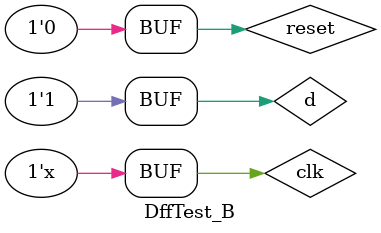
<source format=v>
module DffTest_B();
wire q, q_bar;
reg d;
reg clk;
reg reset;

always #10 clk <= ~clk;

Dff_B DUT(q, q_bar, d, reset, clk);

initial begin
reset <= 1'b0;
clk <= 1'b0;
d <= 1'b0;
#10
d <= 1'b1;
#10
reset <= 1'b1;
#20
reset <= 1'b0;
#10
d <= 1'b1;
#10
d<= 1'b0;
#20
d<= 1'b1;

end
endmodule

</source>
